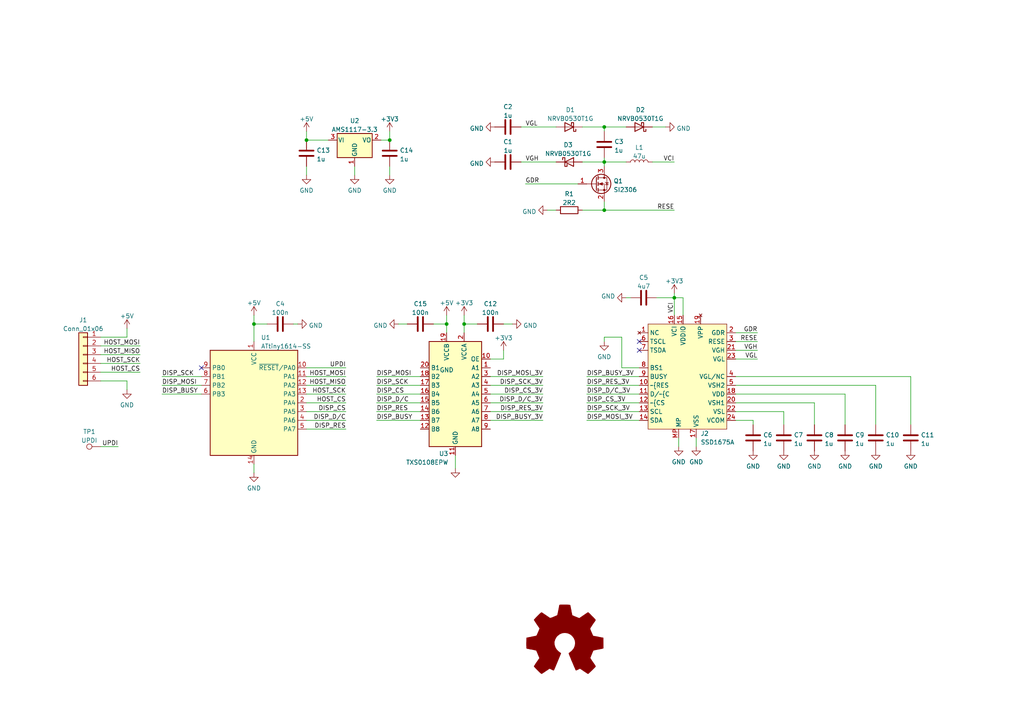
<source format=kicad_sch>
(kicad_sch (version 20211123) (generator eeschema)
  (paper "A4")
  (title_block (title "Serial number widget") (date "2022-08-14") (rev "v3.0"))
  (lib_symbols
    (symbol "Connector:TestPoint" (pin_numbers hide) (pin_names (offset 0.762) hide)
      (property "Reference" "TP" (at 0 6.858 0))
      (property "Value" "TestPoint" (at 0 5.08 0))
      (symbol "TestPoint_0_1"
        (circle (center 0 3.302) (radius 0.762))
      )
      (symbol "TestPoint_1_1"
        (pin passive line (at 0 0 90) (length 2.54) (name "1") (number "1"))
      )
    )
    (symbol "Connector_Generic:Conn_01x06" (pin_names (offset 1.016) hide)
      (property "Reference" "J" (at 0 7.62 0))
      (property "Value" "Conn_01x06" (at 0 -10.16 0))
      (symbol "Conn_01x06_1_1"
        (rectangle (start -1.27 -7.493) (end 0 -7.747) (stroke (width 0.1524)))
        (rectangle (start -1.27 -4.953) (end 0 -5.207) (stroke (width 0.1524)))
        (rectangle (start -1.27 -2.413) (end 0 -2.667) (stroke (width 0.1524)))
        (rectangle (start -1.27 0.127) (end 0 -0.127) (stroke (width 0.1524)))
        (rectangle (start -1.27 2.667) (end 0 2.413) (stroke (width 0.1524)))
        (rectangle (start -1.27 5.207) (end 0 4.953) (stroke (width 0.1524)))
        (rectangle (start -1.27 6.35) (end 1.27 -8.89) (stroke (width 0.254)) (fill (type background)))
        (pin passive line (at -5.08 5.08 0) (length 3.81) (name "Pin_1") (number "1"))
        (pin passive line (at -5.08 2.54 0) (length 3.81) (name "Pin_2") (number "2"))
        (pin passive line (at -5.08 0 0) (length 3.81) (name "Pin_3") (number "3"))
        (pin passive line (at -5.08 -2.54 0) (length 3.81) (name "Pin_4") (number "4"))
        (pin passive line (at -5.08 -5.08 0) (length 3.81) (name "Pin_5") (number "5"))
        (pin passive line (at -5.08 -7.62 0) (length 3.81) (name "Pin_6") (number "6"))
      )
    )
    (symbol "Device:C" (pin_numbers hide) (pin_names (offset 0.254))
      (property "Reference" "C" (at 0.635 2.54 0))
      (property "Value" "C" (at 0.635 -2.54 0))
      (symbol "C_0_1"
        (polyline (pts (xy -2.032 -0.762) (xy 2.032 -0.762)) (stroke (width 0.508)))
        (polyline (pts (xy -2.032 0.762) (xy 2.032 0.762)) (stroke (width 0.508)))
      )
      (symbol "C_1_1"
        (pin passive line (at 0 3.81 270) (length 2.794) (name "~") (number "1"))
        (pin passive line (at 0 -3.81 90) (length 2.794) (name "~") (number "2"))
      )
    )
    (symbol "Device:D_Schottky" (pin_numbers hide) (pin_names (offset 1.016) hide)
      (property "Reference" "D" (at 0 2.54 0))
      (property "Value" "D_Schottky" (at 0 -2.54 0))
      (symbol "D_Schottky_0_1"
        (polyline (pts (xy 1.27 0) (xy -1.27 0)))
        (polyline (pts (xy 1.27 1.27) (xy 1.27 -1.27) (xy -1.27 0) (xy 1.27 1.27)) (stroke (width 0.254)))
        (polyline (pts (xy -1.905 0.635) (xy -1.905 1.27) (xy -1.27 1.27) (xy -1.27 -1.27) (xy -0.635 -1.27) (xy -0.635 -0.635)) (stroke (width 0.254)))
      )
      (symbol "D_Schottky_1_1"
        (pin passive line (at -3.81 0 0) (length 2.54) (name "K") (number "1"))
        (pin passive line (at 3.81 0 180) (length 2.54) (name "A") (number "2"))
      )
    )
    (symbol "Device:L" (pin_numbers hide) (pin_names (offset 1.016) hide)
      (property "Reference" "L" (at -1.27 0 90))
      (property "Value" "L" (at 1.905 0 90))
      (symbol "L_0_1"
        (arc (start 0 -2.54) (mid 0.635 -1.905) (end 0 -1.27))
        (arc (start 0 -1.27) (mid 0.635 -0.635) (end 0 0))
        (arc (start 0 0) (mid 0.635 0.635) (end 0 1.27))
        (arc (start 0 1.27) (mid 0.635 1.905) (end 0 2.54))
      )
      (symbol "L_1_1"
        (pin passive line (at 0 3.81 270) (length 1.27) (name "1") (number "1"))
        (pin passive line (at 0 -3.81 90) (length 1.27) (name "2") (number "2"))
      )
    )
    (symbol "Device:Q_NMOS_GSD" (pin_names (offset 0) hide)
      (property "Reference" "Q" (at 5.08 1.27 0))
      (property "Value" "Q_NMOS_GSD" (at 5.08 -1.27 0))
      (symbol "Q_NMOS_GSD_0_1"
        (polyline (pts (xy 0.254 0) (xy -2.54 0)))
        (polyline (pts (xy 0.254 1.905) (xy 0.254 -1.905)) (stroke (width 0.254)))
        (polyline (pts (xy 0.762 -1.27) (xy 0.762 -2.286)) (stroke (width 0.254)))
        (polyline (pts (xy 0.762 0.508) (xy 0.762 -0.508)) (stroke (width 0.254)))
        (polyline (pts (xy 0.762 2.286) (xy 0.762 1.27)) (stroke (width 0.254)))
        (polyline (pts (xy 2.54 2.54) (xy 2.54 1.778)))
        (polyline (pts (xy 2.54 -2.54) (xy 2.54 0) (xy 0.762 0)))
        (polyline (pts (xy 0.762 -1.778) (xy 3.302 -1.778) (xy 3.302 1.778) (xy 0.762 1.778)))
        (polyline (pts (xy 1.016 0) (xy 2.032 0.381) (xy 2.032 -0.381) (xy 1.016 0)) (fill (type outline)))
        (polyline (pts (xy 2.794 0.508) (xy 2.921 0.381) (xy 3.683 0.381) (xy 3.81 0.254)))
        (polyline (pts (xy 3.302 0.381) (xy 2.921 -0.254) (xy 3.683 -0.254) (xy 3.302 0.381)))
        (circle (center 1.651 0) (radius 2.794) (stroke (width 0.254)))
        (circle (center 2.54 -1.778) (radius 0.254) (fill (type outline)))
        (circle (center 2.54 1.778) (radius 0.254) (fill (type outline)))
      )
      (symbol "Q_NMOS_GSD_1_1"
        (pin input line (at -5.08 0 0) (length 2.54) (name "G") (number "1"))
        (pin passive line (at 2.54 -5.08 90) (length 2.54) (name "S") (number "2"))
        (pin passive line (at 2.54 5.08 270) (length 2.54) (name "D") (number "3"))
      )
    )
    (symbol "Device:R" (pin_numbers hide) (pin_names (offset 0))
      (property "Reference" "R" (at 2.032 0 90))
      (property "Value" "R" (at 0 0 90))
      (symbol "R_0_1"
        (rectangle (start -1.016 -2.54) (end 1.016 2.54) (stroke (width 0.254)))
      )
      (symbol "R_1_1"
        (pin passive line (at 0 3.81 270) (length 1.27) (name "~") (number "1"))
        (pin passive line (at 0 -3.81 90) (length 1.27) (name "~") (number "2"))
      )
    )
    (symbol "Graphic:Logo_Open_Hardware_Large" (pin_names (offset 1.016))
      (symbol "Logo_Open_Hardware_Large_1_1"
        (polyline (pts (xy 6.731 -8.7122) (xy 6.6294 -8.6614) (xy 6.35 -8.4836) (xy 5.9944 -8.255) (xy 5.5372 -7.9502) (xy 5.1054 -7.6454) (xy 4.7498 -7.4168) (xy 4.4958 -7.239) (xy 4.3942 -7.1882) (xy 4.318 -7.2136) (xy 4.1148 -7.3152) (xy 3.81 -7.4676) (xy 3.6322 -7.5692) (xy 3.3528 -7.6708) (xy 3.2258 -7.6962) (xy 3.2004 -7.6708) (xy 3.0988 -7.4676) (xy 2.9464 -7.0866) (xy 2.7178 -6.604) (xy 2.4892 -6.0452) (xy 2.2352 -5.4356) (xy 1.9558 -4.826) (xy 1.7272 -4.2164) (xy 1.4986 -3.683) (xy 1.3208 -3.2512) (xy 1.2192 -2.9464) (xy 1.1684 -2.8194) (xy 1.1938 -2.794) (xy 1.3208 -2.667) (xy 1.5748 -2.4892) (xy 2.0828 -2.0574) (xy 2.6162 -1.397) (xy 2.921 -0.6604) (xy 3.048 0.1524) (xy 2.9464 0.9144) (xy 2.6416 1.6256) (xy 2.1336 2.286) (xy 1.524 2.7686) (xy 0.8128 3.0734) (xy 0 3.175) (xy -0.762 3.0988) (xy -1.4986 2.794) (xy -2.159 2.286) (xy -2.4384 1.9812) (xy -2.8194 1.3208) (xy -3.048 0.6096) (xy -3.0734 0.4318) (xy -3.0226 -0.3556) (xy -2.794 -1.0922) (xy -2.3876 -1.7526) (xy -1.8288 -2.3114) (xy -1.7526 -2.3622) (xy -1.4732 -2.5654) (xy -1.2954 -2.6924) (xy -1.1684 -2.8194) (xy -2.159 -5.207) (xy -2.3114 -5.588) (xy -2.5908 -6.2484) (xy -2.8194 -6.8072) (xy -3.0226 -7.2644) (xy -3.1496 -7.5692) (xy -3.2258 -7.6708) (xy -3.2258 -7.6962) (xy -3.302 -7.6962) (xy -3.4798 -7.6454) (xy -3.8354 -7.4676) (xy -4.0386 -7.366) (xy -4.2926 -7.239) (xy -4.4196 -7.1882) (xy -4.5212 -7.239) (xy -4.7498 -7.3914) (xy -5.1054 -7.6454) (xy -5.5372 -7.9248) (xy -5.9436 -8.2042) (xy -6.3246 -8.4582) (xy -6.604 -8.636) (xy -6.731 -8.7122) (xy -6.7564 -8.7122) (xy -6.858 -8.636) (xy -7.0866 -8.4582) (xy -7.4168 -8.1534) (xy -7.874 -7.6962) (xy -7.9502 -7.62) (xy -8.3312 -7.239) (xy -8.636 -6.9088) (xy -8.8392 -6.6802) (xy -8.9154 -6.5786) (xy -8.9154 -6.5786) (xy -8.8392 -6.4516) (xy -8.6614 -6.1722) (xy -8.4328 -5.7912) (xy -8.128 -5.3594) (xy -7.3152 -4.191) (xy -7.7724 -3.0988) (xy -7.8994 -2.7686) (xy -8.0772 -2.3622) (xy -8.2042 -2.0828) (xy -8.255 -1.9558) (xy -8.382 -1.905) (xy -8.6614 -1.8542) (xy -9.0932 -1.7526) (xy -9.6266 -1.651) (xy -10.1092 -1.5748) (xy -10.541 -1.4732) (xy -10.8712 -1.4224) (xy -11.0236 -1.397) (xy -11.049 -1.3716) (xy -11.0744 -1.2954) (xy -11.0998 -1.143) (xy -11.0998 -0.889) (xy -11.1252 -0.4572) (xy -11.1252 0.1524) (xy -11.1252 0.2286) (xy -11.0998 0.8128) (xy -11.0998 1.27) (xy -11.0744 1.5494) (xy -11.0744 1.6764) (xy -11.0744 1.6764) (xy -10.922 1.7018) (xy -10.6172 1.778) (xy -10.16 1.8542) (xy -9.652 1.9558) (xy -9.6012 1.9812) (xy -9.0932 2.0828) (xy -8.636 2.159) (xy -8.3312 2.2352) (xy -8.2042 2.286) (xy -8.1788 2.3114) (xy -8.0772 2.5146) (xy -7.9248 2.8448) (xy -7.747 3.2512) (xy -7.5692 3.6576) (xy -7.4168 4.0386) (xy -7.3152 4.318) (xy -7.2898 4.445) (xy -7.2898 4.445) (xy -7.366 4.572) (xy -7.5438 4.826) (xy -7.7978 5.207) (xy -8.128 5.6642) (xy -8.128 5.6896) (xy -8.4328 6.1468) (xy -8.6868 6.5278) (xy -8.8392 6.7818) (xy -8.9154 6.9088) (xy -8.9154 6.9088) (xy -8.8138 7.0358) (xy -8.5852 7.2898) (xy -8.255 7.6454) (xy -7.874 8.0264) (xy -7.747 8.1534) (xy -7.3152 8.5852) (xy -7.0104 8.8646) (xy -6.8326 8.9916) (xy -6.731 9.0424) (xy -6.731 9.0424) (xy -6.604 8.9408) (xy -6.3246 8.763) (xy -5.9436 8.509) (xy -5.4864 8.2042) (xy -5.461 8.1788) (xy -5.0038 7.874) (xy -4.6482 7.62) (xy -4.3688 7.4422) (xy -4.2672 7.3914) (xy -4.2418 7.3914) (xy -4.064 7.4422) (xy -3.7338 7.5438) (xy -3.3528 7.6962) (xy -2.9464 7.874) (xy -2.5654 8.0264) (xy -2.286 8.1534) (xy -2.159 8.2296) (xy -2.159 8.2296) (xy -2.1082 8.382) (xy -2.032 8.7122) (xy -1.9304 9.1694) (xy -1.8288 9.7282) (xy -1.8034 9.8044) (xy -1.7018 10.3378) (xy -1.6256 10.7696) (xy -1.5748 11.0744) (xy -1.524 11.2014) (xy -1.4478 11.2268) (xy -1.1938 11.2522) (xy -0.8128 11.2522) (xy -0.3302 11.2522) (xy 0.1524 11.2522) (xy 0.6604 11.2522) (xy 1.0668 11.2268) (xy 1.3716 11.2014) (xy 1.4986 11.176) (xy 1.4986 11.176) (xy 1.5494 11.0236) (xy 1.6256 10.6934) (xy 1.7018 10.2108) (xy 1.8288 9.6774) (xy 1.8288 9.5758) (xy 1.9304 9.0424) (xy 2.032 8.6106) (xy 2.0828 8.3058) (xy 2.1336 8.2042) (xy 2.159 8.1788) (xy 2.3876 8.0772) (xy 2.7432 7.9248) (xy 3.175 7.747) (xy 4.191 7.3406) (xy 5.461 8.2042) (xy 5.5626 8.2804) (xy 6.0198 8.5852) (xy 6.3754 8.8392) (xy 6.6294 8.9916) (xy 6.7564 9.0424) (xy 6.7564 9.0424) (xy 6.8834 8.9408) (xy 7.1374 8.7122) (xy 7.4676 8.382) (xy 7.8486 7.9756) (xy 8.1534 7.6962) (xy 8.4836 7.3406) (xy 8.7122 7.112) (xy 8.8392 6.9596) (xy 8.8646 6.858) (xy 8.8646 6.8072) (xy 8.7884 6.6802) (xy 8.6106 6.4008) (xy 8.3312 6.0198) (xy 8.0264 5.588) (xy 7.7978 5.207) (xy 7.5184 4.8006) (xy 7.3406 4.4958) (xy 7.2898 4.3434) (xy 7.2898 4.2926) (xy 7.3914 4.0386) (xy 7.5184 3.683) (xy 7.7216 3.2258) (xy 8.1534 2.2352) (xy 8.7884 2.1082) (xy 9.1948 2.0574) (xy 9.7536 1.9304) (xy 10.2616 1.8288) (xy 11.0998 1.6764) (xy 11.1252 -1.3208) (xy 10.9982 -1.3716) (xy 10.8712 -1.397) (xy 10.5664 -1.4732) (xy 10.1346 -1.5494) (xy 9.6266 -1.651) (xy 9.1948 -1.7272) (xy 8.7376 -1.8288) (xy 8.4328 -1.8796) (xy 8.2804 -1.905) (xy 8.255 -1.9558) (xy 8.1534 -2.159) (xy 7.9756 -2.5146) (xy 7.8232 -2.921) (xy 7.6454 -3.3274) (xy 7.493 -3.7338) (xy 7.366 -4.0132) (xy 7.3406 -4.191) (xy 7.3914 -4.2926) (xy 7.5692 -4.5466) (xy 7.7978 -4.9276) (xy 8.1026 -5.3594) (xy 8.4074 -5.7912) (xy 8.6614 -6.1722) (xy 8.8138 -6.4262) (xy 8.89 -6.5532) (xy 8.8646 -6.6548) (xy 8.6868 -6.858) (xy 8.3566 -7.1882) (xy 7.874 -7.6708) (xy 7.7978 -7.747) (xy 7.3914 -8.128) (xy 7.0612 -8.4328) (xy 6.8326 -8.636) (xy 6.731 -8.7122)) (fill (type outline)))
      )
    )
    (symbol "Logic_LevelTranslator:TXS0108EPW"
      (property "Reference" "U" (at -6.35 16.51 0))
      (property "Value" "TXS0108EPW" (at 3.81 16.51 0))
      (symbol "TXS0108EPW_0_1"
        (rectangle (start -7.62 15.24) (end 7.62 -15.24) (stroke (width 0.254)) (fill (type background)))
      )
      (symbol "TXS0108EPW_1_1"
        (pin bidirectional line (at -10.16 7.62 0) (length 2.54) (name "A1") (number "1"))
        (pin input line (at -10.16 10.16 0) (length 2.54) (name "OE") (number "10"))
        (pin power_in line (at 0 -17.78 90) (length 2.54) (name "GND") (number "11"))
        (pin bidirectional line (at 10.16 -10.16 180) (length 2.54) (name "B8") (number "12"))
        (pin bidirectional line (at 10.16 -7.62 180) (length 2.54) (name "B7") (number "13"))
        (pin bidirectional line (at 10.16 -5.08 180) (length 2.54) (name "B6") (number "14"))
        (pin bidirectional line (at 10.16 -2.54 180) (length 2.54) (name "B5") (number "15"))
        (pin bidirectional line (at 10.16 0 180) (length 2.54) (name "B4") (number "16"))
        (pin bidirectional line (at 10.16 2.54 180) (length 2.54) (name "B3") (number "17"))
        (pin bidirectional line (at 10.16 5.08 180) (length 2.54) (name "B2") (number "18"))
        (pin power_in line (at 2.54 17.78 270) (length 2.54) (name "VCCB") (number "19"))
        (pin power_in line (at -2.54 17.78 270) (length 2.54) (name "VCCA") (number "2"))
        (pin bidirectional line (at 10.16 7.62 180) (length 2.54) (name "B1") (number "20"))
        (pin bidirectional line (at -10.16 5.08 0) (length 2.54) (name "A2") (number "3"))
        (pin bidirectional line (at -10.16 2.54 0) (length 2.54) (name "A3") (number "4"))
        (pin bidirectional line (at -10.16 0 0) (length 2.54) (name "A4") (number "5"))
        (pin bidirectional line (at -10.16 -2.54 0) (length 2.54) (name "A5") (number "6"))
        (pin bidirectional line (at -10.16 -5.08 0) (length 2.54) (name "A6") (number "7"))
        (pin bidirectional line (at -10.16 -7.62 0) (length 2.54) (name "A7") (number "8"))
        (pin bidirectional line (at -10.16 -10.16 0) (length 2.54) (name "A8") (number "9"))
      )
    )
    (symbol "MCU_Microchip_ATtiny:ATtiny1614-SS"
      (property "Reference" "U" (at -12.7 16.51 0))
      (property "Value" "ATtiny1614-SS" (at 2.54 -16.51 0))
      (symbol "ATtiny1614-SS_0_1"
        (rectangle (start -12.7 -15.24) (end 12.7 15.24) (stroke (width 0.254)) (fill (type background)))
      )
      (symbol "ATtiny1614-SS_1_1"
        (pin power_in line (at 0 17.78 270) (length 2.54) (name "VCC") (number "1"))
        (pin bidirectional line (at 15.24 10.16 180) (length 2.54) (name "~{RESET}/PA0") (number "10"))
        (pin bidirectional line (at 15.24 7.62 180) (length 2.54) (name "PA1") (number "11"))
        (pin bidirectional line (at 15.24 5.08 180) (length 2.54) (name "PA2") (number "12"))
        (pin bidirectional line (at 15.24 2.54 180) (length 2.54) (name "PA3") (number "13"))
        (pin power_in line (at 0 -17.78 90) (length 2.54) (name "GND") (number "14"))
        (pin bidirectional line (at 15.24 0 180) (length 2.54) (name "PA4") (number "2"))
        (pin bidirectional line (at 15.24 -2.54 180) (length 2.54) (name "PA5") (number "3"))
        (pin bidirectional line (at 15.24 -5.08 180) (length 2.54) (name "PA6") (number "4"))
        (pin bidirectional line (at 15.24 -7.62 180) (length 2.54) (name "PA7") (number "5"))
        (pin bidirectional line (at -15.24 2.54 0) (length 2.54) (name "PB3") (number "6"))
        (pin bidirectional line (at -15.24 5.08 0) (length 2.54) (name "PB2") (number "7"))
        (pin bidirectional line (at -15.24 7.62 0) (length 2.54) (name "PB1") (number "8"))
        (pin bidirectional line (at -15.24 10.16 0) (length 2.54) (name "PB0") (number "9"))
      )
    )
    (symbol "Regulator_Linear:AMS1117-3.3" (pin_names (offset 0.254))
      (property "Reference" "U" (at -3.81 3.175 0))
      (property "Value" "AMS1117-3.3" (at 0 3.175 0))
      (symbol "AMS1117-3.3_0_1"
        (rectangle (start -5.08 -5.08) (end 5.08 1.905) (stroke (width 0.254)) (fill (type background)))
      )
      (symbol "AMS1117-3.3_1_1"
        (pin power_in line (at 0 -7.62 90) (length 2.54) (name "GND") (number "1"))
        (pin power_out line (at 7.62 0 180) (length 2.54) (name "VO") (number "2"))
        (pin power_in line (at -7.62 0 0) (length 2.54) (name "VI") (number "3"))
      )
    )
    (symbol "power:+3V3" (power) (pin_names (offset 0))
      (property "Value" "+3V3" (at 0 3.556 0))
      (symbol "+3V3_0_1"
        (polyline (pts (xy -0.762 1.27) (xy 0 2.54)))
        (polyline (pts (xy 0 0) (xy 0 2.54)))
        (polyline (pts (xy 0 2.54) (xy 0.762 1.27)))
      )
      (symbol "+3V3_1_1"
        (pin power_in line (at 0 0 90) (length 0) hide (name "+3V3") (number "1"))
      )
    )
    (symbol "power:+5V" (power) (pin_names (offset 0))
      (property "Value" "+5V" (at 0 3.556 0))
      (symbol "+5V_0_1"
        (polyline (pts (xy -0.762 1.27) (xy 0 2.54)))
        (polyline (pts (xy 0 0) (xy 0 2.54)))
        (polyline (pts (xy 0 2.54) (xy 0.762 1.27)))
      )
      (symbol "+5V_1_1"
        (pin power_in line (at 0 0 90) (length 0) hide (name "+5V") (number "1"))
      )
    )
    (symbol "power:GND" (power) (pin_names (offset 0))
      (property "Value" "GND" (at 0 -3.81 0))
      (symbol "GND_0_1"
        (polyline (pts (xy 0 0) (xy 0 -1.27) (xy 1.27 -1.27) (xy 0 -2.54) (xy -1.27 -1.27) (xy 0 -1.27)))
      )
      (symbol "GND_1_1"
        (pin power_in line (at 0 0 270) (length 0) hide (name "GND") (number "1"))
      )
    )
    (symbol "project:SSD1675A"
      (property "Reference" "U" (at 0 1.27 0))
      (property "Value" "SSD1675A" (at 0 -1.27 0))
      (symbol "SSD1675A_0_1"
        (rectangle (start -11.43 15.24) (end 11.43 -15.24) (stroke (width 0.1524)) (fill (type background)))
      )
      (symbol "SSD1675A_1_1"
        (pin no_connect line (at -13.97 12.7 0) (length 2.54) (name "NC") (number "1"))
        (pin input line (at -13.97 -2.54 0) (length 2.54) (name "~{RES") (number "10"))
        (pin input line (at -13.97 -5.08 0) (length 2.54) (name "D/~{C") (number "11"))
        (pin input line (at -13.97 -7.62 0) (length 2.54) (name "~{CS") (number "12"))
        (pin input line (at -13.97 -10.16 0) (length 2.54) (name "SCL") (number "13"))
        (pin bidirectional line (at -13.97 -12.7 0) (length 2.54) (name "SDA") (number "14"))
        (pin power_in line (at -1.27 17.78 270) (length 2.54) (name "VDDIO") (number "15"))
        (pin power_in line (at -3.81 17.78 270) (length 2.54) (name "VCI") (number "16"))
        (pin power_in line (at 2.54 -17.78 90) (length 2.54) (name "VSS") (number "17"))
        (pin power_out line (at 13.97 -5.08 180) (length 2.54) (name "VDD") (number "18"))
        (pin no_connect line (at 3.81 17.78 270) (length 2.54) (name "VPP") (number "19"))
        (pin output line (at 13.97 12.7 180) (length 2.54) (name "GDR") (number "2"))
        (pin power_out line (at 13.97 -7.62 180) (length 2.54) (name "VSH1") (number "20"))
        (pin power_in line (at 13.97 7.62 180) (length 2.54) (name "VGH") (number "21"))
        (pin power_out line (at 13.97 -10.16 180) (length 2.54) (name "VSL") (number "22"))
        (pin power_in line (at 13.97 5.08 180) (length 2.54) (name "VGL") (number "23"))
        (pin power_out line (at 13.97 -12.7 180) (length 2.54) (name "VCOM") (number "24"))
        (pin input line (at 13.97 10.16 180) (length 2.54) (name "RESE") (number "3"))
        (pin power_out line (at 13.97 0 180) (length 2.54) (name "VGL/NC") (number "4"))
        (pin power_out line (at 13.97 -2.54 180) (length 2.54) (name "VSH2") (number "5"))
        (pin input line (at -13.97 10.16 0) (length 2.54) (name "TSCL") (number "6"))
        (pin bidirectional line (at -13.97 7.62 0) (length 2.54) (name "TSDA") (number "7"))
        (pin input line (at -13.97 2.54 0) (length 2.54) (name "BS1") (number "8"))
        (pin output line (at -13.97 0 0) (length 2.54) (name "BUSY") (number "9"))
        (pin power_in line (at -2.54 -17.78 90) (length 2.54) (name "MP") (number "MP"))
      )
    )
  )
  (junction (at 195.58 86.36))
  (junction (at 175.26 60.96))
  (junction (at 88.9 40.64))
  (junction (at 134.62 93.98))
  (junction (at 175.26 46.99))
  (junction (at 175.26 36.83))
  (junction (at 113.03 40.64))
  (junction (at 73.66 93.98))
  (junction (at 129.54 93.98))
  (no_connect (at 185.42 99.06))
  (no_connect (at 185.42 101.6))
  (no_connect (at 58.42 106.68))
  (wire (pts (xy 109.22 121.92) (xy 121.92 121.92)))
  (wire (pts (xy 158.75 60.96) (xy 161.29 60.96)))
  (wire (pts (xy 73.66 91.44) (xy 73.66 93.98)))
  (wire (pts (xy 113.03 48.26) (xy 113.03 50.8)))
  (wire (pts (xy 88.9 48.26) (xy 88.9 50.8)))
  (wire (pts (xy 195.58 86.36) (xy 198.12 86.36)))
  (wire (pts (xy 175.26 46.99) (xy 181.61 46.99)))
  (wire (pts (xy 129.54 93.98) (xy 125.73 93.98)))
  (wire (pts (xy 175.26 97.79) (xy 175.26 99.06)))
  (wire (pts (xy 88.9 114.3) (xy 100.33 114.3)))
  (wire (pts (xy 29.21 100.33) (xy 40.64 100.33)))
  (wire (pts (xy 201.93 127) (xy 201.93 129.54)))
  (wire (pts (xy 146.05 104.14) (xy 142.24 104.14)))
  (wire (pts (xy 129.54 93.98) (xy 129.54 96.52)))
  (wire (pts (xy 146.05 101.6) (xy 146.05 104.14)))
  (wire (pts (xy 185.42 106.68) (xy 180.34 106.68)))
  (wire (pts (xy 73.66 134.62) (xy 73.66 137.16)))
  (wire (pts (xy 175.26 58.42) (xy 175.26 60.96)))
  (wire (pts (xy 88.9 106.68) (xy 100.33 106.68)))
  (wire (pts (xy 142.24 114.3) (xy 157.48 114.3)))
  (wire (pts (xy 152.4 53.34) (xy 167.64 53.34)))
  (wire (pts (xy 113.03 38.1) (xy 113.03 40.64)))
  (wire (pts (xy 170.18 109.22) (xy 185.42 109.22)))
  (wire (pts (xy 182.88 86.36) (xy 181.61 86.36)))
  (wire (pts (xy 151.13 46.99) (xy 161.29 46.99)))
  (wire (pts (xy 73.66 93.98) (xy 77.47 93.98)))
  (wire (pts (xy 142.24 121.92) (xy 157.48 121.92)))
  (wire (pts (xy 185.42 116.84) (xy 170.18 116.84)))
  (wire (pts (xy 168.91 60.96) (xy 175.26 60.96)))
  (wire (pts (xy 36.83 113.03) (xy 36.83 110.49)))
  (wire (pts (xy 88.9 40.64) (xy 95.25 40.64)))
  (wire (pts (xy 213.36 116.84) (xy 236.22 116.84)))
  (wire (pts (xy 88.9 121.92) (xy 100.33 121.92)))
  (wire (pts (xy 168.91 46.99) (xy 175.26 46.99)))
  (wire (pts (xy 29.21 107.95) (xy 40.64 107.95)))
  (wire (pts (xy 180.34 97.79) (xy 175.26 97.79)))
  (wire (pts (xy 88.9 38.1) (xy 88.9 40.64)))
  (wire (pts (xy 189.23 46.99) (xy 195.58 46.99)))
  (wire (pts (xy 185.42 119.38) (xy 170.18 119.38)))
  (wire (pts (xy 129.54 91.44) (xy 129.54 93.98)))
  (wire (pts (xy 29.21 129.54) (xy 34.29 129.54)))
  (wire (pts (xy 146.05 93.98) (xy 148.59 93.98)))
  (wire (pts (xy 142.24 116.84) (xy 157.48 116.84)))
  (wire (pts (xy 254 111.76) (xy 254 123.19)))
  (wire (pts (xy 175.26 60.96) (xy 195.58 60.96)))
  (wire (pts (xy 236.22 116.84) (xy 236.22 123.19)))
  (wire (pts (xy 132.08 132.08) (xy 132.08 135.89)))
  (wire (pts (xy 198.12 86.36) (xy 198.12 91.44)))
  (wire (pts (xy 213.36 101.6) (xy 219.71 101.6)))
  (wire (pts (xy 113.03 40.64) (xy 110.49 40.64)))
  (wire (pts (xy 218.44 121.92) (xy 218.44 123.19)))
  (wire (pts (xy 195.58 85.09) (xy 195.58 86.36)))
  (wire (pts (xy 88.9 124.46) (xy 100.33 124.46)))
  (wire (pts (xy 213.36 114.3) (xy 245.11 114.3)))
  (wire (pts (xy 142.24 119.38) (xy 157.48 119.38)))
  (wire (pts (xy 151.13 36.83) (xy 161.29 36.83)))
  (wire (pts (xy 175.26 36.83) (xy 181.61 36.83)))
  (wire (pts (xy 118.11 93.98) (xy 115.57 93.98)))
  (wire (pts (xy 213.36 104.14) (xy 219.71 104.14)))
  (wire (pts (xy 180.34 106.68) (xy 180.34 97.79)))
  (wire (pts (xy 36.83 95.25) (xy 36.83 97.79)))
  (wire (pts (xy 29.21 97.79) (xy 36.83 97.79)))
  (wire (pts (xy 109.22 109.22) (xy 121.92 109.22)))
  (wire (pts (xy 175.26 46.99) (xy 175.26 45.72)))
  (wire (pts (xy 193.04 36.83) (xy 189.23 36.83)))
  (wire (pts (xy 102.87 48.26) (xy 102.87 50.8)))
  (wire (pts (xy 46.99 109.22) (xy 58.42 109.22)))
  (wire (pts (xy 264.16 109.22) (xy 213.36 109.22)))
  (wire (pts (xy 88.9 119.38) (xy 100.33 119.38)))
  (wire (pts (xy 88.9 111.76) (xy 100.33 111.76)))
  (wire (pts (xy 185.42 114.3) (xy 170.18 114.3)))
  (wire (pts (xy 73.66 93.98) (xy 73.66 99.06)))
  (wire (pts (xy 213.36 121.92) (xy 218.44 121.92)))
  (wire (pts (xy 264.16 123.19) (xy 264.16 109.22)))
  (wire (pts (xy 196.85 127) (xy 196.85 129.54)))
  (wire (pts (xy 175.26 36.83) (xy 175.26 38.1)))
  (wire (pts (xy 29.21 110.49) (xy 36.83 110.49)))
  (wire (pts (xy 46.99 114.3) (xy 58.42 114.3)))
  (wire (pts (xy 213.36 119.38) (xy 227.33 119.38)))
  (wire (pts (xy 46.99 111.76) (xy 58.42 111.76)))
  (wire (pts (xy 175.26 46.99) (xy 175.26 48.26)))
  (wire (pts (xy 142.24 111.76) (xy 157.48 111.76)))
  (wire (pts (xy 85.09 93.98) (xy 86.36 93.98)))
  (wire (pts (xy 134.62 93.98) (xy 134.62 96.52)))
  (wire (pts (xy 134.62 93.98) (xy 138.43 93.98)))
  (wire (pts (xy 142.24 109.22) (xy 157.48 109.22)))
  (wire (pts (xy 109.22 119.38) (xy 121.92 119.38)))
  (wire (pts (xy 195.58 86.36) (xy 195.58 91.44)))
  (wire (pts (xy 134.62 91.44) (xy 134.62 93.98)))
  (wire (pts (xy 109.22 116.84) (xy 121.92 116.84)))
  (wire (pts (xy 213.36 96.52) (xy 219.71 96.52)))
  (wire (pts (xy 168.91 36.83) (xy 175.26 36.83)))
  (wire (pts (xy 245.11 114.3) (xy 245.11 123.19)))
  (wire (pts (xy 29.21 105.41) (xy 40.64 105.41)))
  (wire (pts (xy 213.36 111.76) (xy 254 111.76)))
  (wire (pts (xy 88.9 109.22) (xy 100.33 109.22)))
  (wire (pts (xy 227.33 119.38) (xy 227.33 123.19)))
  (wire (pts (xy 29.21 102.87) (xy 40.64 102.87)))
  (wire (pts (xy 88.9 116.84) (xy 100.33 116.84)))
  (wire (pts (xy 185.42 111.76) (xy 170.18 111.76)))
  (wire (pts (xy 109.22 111.76) (xy 121.92 111.76)))
  (wire (pts (xy 109.22 114.3) (xy 121.92 114.3)))
  (wire (pts (xy 185.42 121.92) (xy 170.18 121.92)))
  (wire (pts (xy 190.5 86.36) (xy 195.58 86.36)))
  (wire (pts (xy 213.36 99.06) (xy 219.71 99.06)))
  (label "DISP_MOSI_3V" (at 170.18 121.92 0))
  (label "DISP_D{slash}C" (at 109.22 116.84 0))
  (label "DISP_MOSI_3V" (at 157.48 109.22 180))
  (label "DISP_SCK_3V" (at 170.18 119.38 0))
  (label "DISP_D{slash}C" (at 100.33 121.92 180))
  (label "HOST_CS" (at 40.64 107.95 180))
  (label "HOST_CS" (at 100.33 116.84 180))
  (label "DISP_RES_3V" (at 157.48 119.38 180))
  (label "DISP_RES_3V" (at 170.18 111.76 0))
  (label "VGL" (at 152.4 36.83 0))
  (label "DISP_CS_3V" (at 157.48 114.3 180))
  (label "DISP_D{slash}C_3V" (at 157.48 116.84 180))
  (label "DISP_BUSY_3V" (at 157.48 121.92 180))
  (label "DISP_RES" (at 100.33 124.46 180))
  (label "HOST_MOSI" (at 40.64 100.33 180))
  (label "VGH" (at 152.4 46.99 0))
  (label "DISP_D{slash}C_3V" (at 170.18 114.3 0))
  (label "DISP_CS" (at 100.33 119.38 180))
  (label "UPDI" (at 34.29 129.54 180))
  (label "DISP_BUSY" (at 46.99 114.3 0))
  (label "DISP_SCK_3V" (at 157.48 111.76 180))
  (label "VGL" (at 219.71 104.14 180))
  (label "DISP_CS_3V" (at 170.18 116.84 0))
  (label "HOST_MOSI" (at 100.33 109.22 180))
  (label "GDR" (at 219.71 96.52 180))
  (label "HOST_SCK" (at 40.64 105.41 180))
  (label "DISP_MOSI" (at 109.22 109.22 0))
  (label "VGH" (at 219.71 101.6 180))
  (label "DISP_CS" (at 109.22 114.3 0))
  (label "DISP_MOSI" (at 46.99 111.76 0))
  (label "HOST_SCK" (at 100.33 114.3 180))
  (label "DISP_SCK" (at 109.22 111.76 0))
  (label "DISP_SCK" (at 46.99 109.22 0))
  (label "VCI" (at 195.58 87.63 270))
  (label "DISP_RES" (at 109.22 119.38 0))
  (label "RESE" (at 219.71 99.06 180))
  (label "HOST_MISO" (at 100.33 111.76 180))
  (label "DISP_BUSY_3V" (at 170.18 109.22 0))
  (label "VCI" (at 195.58 46.99 180))
  (label "GDR" (at 152.4 53.34 0))
  (label "RESE" (at 195.58 60.96 180))
  (label "DISP_BUSY" (at 109.22 121.92 0))
  (label "HOST_MISO" (at 40.64 102.87 180))
  (label "UPDI" (at 100.33 106.68 180))
  (symbol (lib_id "power:GND") (at 181.61 86.36 270) (unit 1)
    (property "Reference" "#PWR04" (effects hide))
    (property "Value" "GND" (at 178.435 85.9262 90) (effects (justify right)))
  )
  (symbol (lib_id "Regulator_Linear:AMS1117-3.3") (at 102.87 40.64 0) (unit 1)
    (property "Reference" "U2" (at 102.87 35.0352 0))
    (property "Value" "AMS1117-3.3" (at 102.87 37.5721 0))
    (property "Footprint" "Package_TO_SOT_SMD_AKL:SOT-223-3_TabPin2" (effects hide))
    (property "Datasheet" "http://www.advanced-monolithic.com/pdf/ds1117.pdf" (effects hide))
  )
  (symbol (lib_id "Device:C") (at 147.32 46.99 90) (unit 1)
    (property "Reference" "C1" (at 147.32 41.1312 90))
    (property "Value" "1u" (at 147.32 43.6681 90))
    (property "Footprint" "Capacitor_SMD_Handsoldering_AKL:C_0603_1608Metric_Pad1.08x0.95mm" (effects hide))
  )
  (symbol (lib_id "Logic_LevelTranslator:TXS0108EPW") (at 132.08 114.3 0) (mirror y) (unit 1)
    (property "Reference" "U3" (at 130.0606 131.5704 0) (effects (justify left)))
    (property "Value" "TXS0108EPW" (at 130.0606 134.1073 0) (effects (justify left)))
    (property "Footprint" "Package_SO:TSSOP-20_4.4x6.5mm_P0.65mm" (effects hide))
    (property "Datasheet" "www.ti.com/lit/ds/symlink/txs0108e.pdf" (effects hide))
  )
  (symbol (lib_id "Device:C") (at 121.92 93.98 270) (mirror x) (unit 1)
    (property "Reference" "C15" (at 121.92 88.1212 90))
    (property "Value" "100n" (at 121.92 90.6581 90))
    (property "Footprint" "Capacitor_SMD_Handsoldering_AKL:C_0603_1608Metric_Pad1.08x0.95mm" (effects hide))
  )
  (symbol (lib_id "Device:C") (at 227.33 127 180) (unit 1)
    (property "Reference" "C7" (at 230.251 126.1653 0) (effects (justify right)))
    (property "Value" "1u" (at 230.251 128.7022 0) (effects (justify right)))
    (property "Footprint" "Capacitor_SMD_Handsoldering_AKL:C_0603_1608Metric_Pad1.08x0.95mm" (effects hide))
  )
  (symbol (lib_id "power:+3V3") (at 134.62 91.44 0) (unit 1)
    (property "Reference" "#PWR018" (effects hide))
    (property "Value" "+3V3" (at 134.62 87.8642 0))
  )
  (symbol (lib_id "power:GND") (at 132.08 135.89 0) (unit 1)
    (property "Reference" "#PWR0108" (effects hide))
    (property "Value" "GND" (at 129.54 107.3134 0))
  )
  (symbol (lib_id "Device:C") (at 113.03 44.45 180) (unit 1)
    (property "Reference" "C14" (at 115.951 43.6153 0) (effects (justify right)))
    (property "Value" "1u" (at 115.951 46.1522 0) (effects (justify right)))
    (property "Footprint" "Capacitor_SMD_Handsoldering_AKL:C_0603_1608Metric_Pad1.08x0.95mm" (effects hide))
  )
  (symbol (lib_id "Device:C") (at 264.16 127 180) (unit 1)
    (property "Reference" "C11" (at 267.081 126.1653 0) (effects (justify right)))
    (property "Value" "1u" (at 267.081 128.7022 0) (effects (justify right)))
    (property "Footprint" "Capacitor_SMD_Handsoldering_AKL:C_0603_1608Metric_Pad1.08x0.95mm" (effects hide))
  )
  (symbol (lib_id "power:GND") (at 218.44 130.81 0) (unit 1)
    (property "Reference" "#PWR07" (effects hide))
    (property "Value" "GND" (at 218.44 135.2534 0))
  )
  (symbol (lib_id "power:GND") (at 227.33 130.81 0) (unit 1)
    (property "Reference" "#PWR08" (effects hide))
    (property "Value" "GND" (at 227.33 135.2534 0))
  )
  (symbol (lib_id "power:GND") (at 88.9 50.8 0) (unit 1)
    (property "Reference" "#PWR022" (effects hide))
    (property "Value" "GND" (at 88.9 55.2434 0))
  )
  (symbol (lib_id "power:GND") (at 36.83 113.03 0) (unit 1)
    (property "Reference" "#PWR0107" (effects hide))
    (property "Value" "GND" (at 36.83 117.4734 0))
  )
  (symbol (lib_id "power:GND") (at 193.04 36.83 90) (unit 1)
    (property "Reference" "#PWR0101" (effects hide))
    (property "Value" "GND" (at 196.215 37.2638 90) (effects (justify right)))
  )
  (symbol (lib_id "Device:C") (at 245.11 127 180) (unit 1)
    (property "Reference" "C9" (at 248.031 126.1653 0) (effects (justify right)))
    (property "Value" "1u" (at 248.031 128.7022 0) (effects (justify right)))
    (property "Footprint" "Capacitor_SMD_Handsoldering_AKL:C_0603_1608Metric_Pad1.08x0.95mm" (effects hide))
  )
  (symbol (lib_id "power:GND") (at 264.16 130.81 0) (unit 1)
    (property "Reference" "#PWR0103" (effects hide))
    (property "Value" "GND" (at 264.16 135.2534 0))
  )
  (symbol (lib_id "Device:C") (at 147.32 36.83 90) (unit 1)
    (property "Reference" "C2" (at 147.32 30.9712 90))
    (property "Value" "1u" (at 147.32 33.5081 90))
    (property "Footprint" "Capacitor_SMD_Handsoldering_AKL:C_0603_1608Metric_Pad1.08x0.95mm" (effects hide))
  )
  (symbol (lib_id "Device:R") (at 165.1 60.96 90) (unit 1)
    (property "Reference" "R1" (at 165.1 56.2442 90))
    (property "Value" "2R2" (at 165.1 58.7811 90))
    (property "Footprint" "Resistor_SMD_AKL:R_0805_2012Metric_Pad1.20x1.40mm" (effects hide))
  )
  (symbol (lib_id "Device:C") (at 236.22 127 180) (unit 1)
    (property "Reference" "C8" (at 239.141 126.1653 0) (effects (justify right)))
    (property "Value" "1u" (at 239.141 128.7022 0) (effects (justify right)))
    (property "Footprint" "Capacitor_SMD_Handsoldering_AKL:C_0603_1608Metric_Pad1.08x0.95mm" (effects hide))
  )
  (symbol (lib_id "power:+5V") (at 36.83 95.25 0) (unit 1)
    (property "Reference" "#PWR01" (effects hide))
    (property "Value" "+5V" (at 36.83 91.6742 0))
  )
  (symbol (lib_id "power:+5V") (at 73.66 91.44 0) (unit 1)
    (property "Reference" "#PWR017" (effects hide))
    (property "Value" "+5V" (at 73.66 87.8642 0))
  )
  (symbol (lib_id "Device:C") (at 186.69 86.36 90) (unit 1)
    (property "Reference" "C5" (at 186.69 80.5012 90))
    (property "Value" "4u7" (at 186.69 83.0381 90))
    (property "Footprint" "Capacitor_SMD_Handsoldering_AKL:C_0603_1608Metric_Pad1.08x0.95mm" (effects hide))
  )
  (symbol (lib_id "power:+5V") (at 88.9 38.1 0) (unit 1)
    (property "Reference" "#PWR012" (effects hide))
    (property "Value" "+5V" (at 88.9 34.5242 0))
  )
  (symbol (lib_id "Device:D_Schottky") (at 165.1 46.99 0) (unit 1)
    (property "Reference" "D3" (at 164.7825 42.0202 0))
    (property "Value" "NRVB0530T1G" (at 164.7825 44.5571 0))
    (property "Footprint" "Diode_SMD_Handsoldering_AKL:D_SOD-123" (effects hide))
  )
  (symbol (lib_id "power:GND") (at 143.51 46.99 270) (unit 1)
    (property "Reference" "#PWR0105" (effects hide))
    (property "Value" "GND" (at 140.3351 47.4238 90) (effects (justify right)))
  )
  (symbol (lib_id "power:GND") (at 86.36 93.98 90) (unit 1)
    (property "Reference" "#PWR02" (effects hide))
    (property "Value" "GND" (at 89.535 94.4138 90) (effects (justify right)))
  )
  (symbol (lib_id "power:GND") (at 115.57 93.98 270) (mirror x) (unit 1)
    (property "Reference" "#PWR016" (effects hide))
    (property "Value" "GND" (at 112.395 94.4138 90) (effects (justify right)))
  )
  (symbol (lib_id "Device:C") (at 175.26 41.91 0) (unit 1)
    (property "Reference" "C3" (at 178.181 41.0753 0) (effects (justify left)))
    (property "Value" "1u" (at 178.181 43.6122 0) (effects (justify left)))
    (property "Footprint" "Capacitor_SMD_Handsoldering_AKL:C_0603_1608Metric_Pad1.08x0.95mm" (effects hide))
  )
  (symbol (lib_id "Device:D_Schottky") (at 165.1 36.83 180) (unit 1)
    (property "Reference" "D1" (at 165.4175 31.8602 0))
    (property "Value" "NRVB0530T1G" (at 165.4175 34.3971 0))
    (property "Footprint" "Diode_SMD_Handsoldering_AKL:D_SOD-123" (effects hide))
  )
  (symbol (lib_id "project:SSD1675A") (at 199.39 109.22 0) (unit 1)
    (property "Reference" "J2" (at 203.2 125.73 0) (effects (justify left)))
    (property "Value" "SSD1675A" (at 203.2 128.27 0) (effects (justify left)))
    (property "Footprint" "project:ER-CON24HT-1" (effects hide))
  )
  (symbol (lib_id "Device:L") (at 185.42 46.99 90) (unit 1)
    (property "Reference" "L1" (at 185.42 42.7822 90))
    (property "Value" "47u" (at 185.42 45.3191 90))
    (property "Footprint" "Inductor_SMD_Handsoldering_AKL:L_Taiyo-Yuden_NR-40xx" (effects hide))
  )
  (symbol (lib_id "power:+3V3") (at 146.05 101.6 0) (unit 1)
    (property "Reference" "#PWR0109" (effects hide))
    (property "Value" "+3V3" (at 146.05 98.0242 0))
  )
  (symbol (lib_id "power:GND") (at 175.26 99.06 0) (unit 1)
    (property "Reference" "#PWR0106" (effects hide))
    (property "Value" "GND" (at 175.26 103.5034 0))
  )
  (symbol (lib_id "power:GND") (at 254 130.81 0) (unit 1)
    (property "Reference" "#PWR011" (effects hide))
    (property "Value" "GND" (at 254 135.2534 0))
  )
  (symbol (lib_id "Device:D_Schottky") (at 185.42 36.83 180) (unit 1)
    (property "Reference" "D2" (at 185.7375 31.8602 0))
    (property "Value" "NRVB0530T1G" (at 185.7375 34.3971 0))
    (property "Footprint" "Diode_SMD_Handsoldering_AKL:D_SOD-123" (effects hide))
  )
  (symbol (lib_id "power:GND") (at 113.03 50.8 0) (unit 1)
    (property "Reference" "#PWR023" (effects hide))
    (property "Value" "GND" (at 113.03 55.2434 0))
  )
  (symbol (lib_id "Graphic:Logo_Open_Hardware_Large") (at 163.83 186.69 0) (unit 1)
    (property "Reference" "LOGO1" (effects hide))
    (property "Value" "Logo_Open_Hardware_Large" (effects hide))
    (property "Footprint" "Symbol:OSHW-Logo_11.4x12mm_SilkScreen" (effects hide))
  )
  (symbol (lib_id "power:GND") (at 102.87 50.8 0) (unit 1)
    (property "Reference" "#PWR014" (effects hide))
    (property "Value" "GND" (at 102.87 55.2434 0))
  )
  (symbol (lib_id "power:GND") (at 201.93 129.54 0) (unit 1)
    (property "Reference" "#PWR06" (effects hide))
    (property "Value" "GND" (at 201.93 133.9834 0))
  )
  (symbol (lib_id "power:+5V") (at 129.54 91.44 0) (unit 1)
    (property "Reference" "#PWR015" (effects hide))
    (property "Value" "+5V" (at 129.54 87.8642 0))
  )
  (symbol (lib_id "power:GND") (at 245.11 130.81 0) (unit 1)
    (property "Reference" "#PWR010" (effects hide))
    (property "Value" "GND" (at 245.11 135.2534 0))
  )
  (symbol (lib_id "Device:C") (at 142.24 93.98 90) (unit 1)
    (property "Reference" "C12" (at 142.24 88.1212 90))
    (property "Value" "100n" (at 142.24 90.6581 90))
    (property "Footprint" "Capacitor_SMD_Handsoldering_AKL:C_0603_1608Metric_Pad1.08x0.95mm" (effects hide))
  )
  (symbol (lib_id "MCU_Microchip_ATtiny:ATtiny1614-SS") (at 73.66 116.84 0) (unit 1)
    (property "Reference" "U1" (at 75.6794 97.9002 0) (effects (justify left)))
    (property "Value" "ATtiny1614-SS" (at 75.6794 100.4371 0) (effects (justify left)))
    (property "Footprint" "Package_SO_AKL:SOIC-14_3.9x8.7mm_P1.27mm" (effects hide))
    (property "Datasheet" "http://ww1.microchip.com/downloads/en/DeviceDoc/ATtiny1614-data-sheet-40001995A.pdf" (effects hide))
  )
  (symbol (lib_id "power:+3V3") (at 113.03 38.1 0) (unit 1)
    (property "Reference" "#PWR013" (effects hide))
    (property "Value" "+3V3" (at 113.03 34.5242 0))
  )
  (symbol (lib_id "Device:C") (at 218.44 127 180) (unit 1)
    (property "Reference" "C6" (at 221.361 126.1653 0) (effects (justify right)))
    (property "Value" "1u" (at 221.361 128.7022 0) (effects (justify right)))
    (property "Footprint" "Capacitor_SMD_Handsoldering_AKL:C_0603_1608Metric_Pad1.08x0.95mm" (effects hide))
  )
  (symbol (lib_id "Connector:TestPoint") (at 29.21 129.54 90) (unit 1)
    (property "Reference" "TP1" (at 25.908 125.2052 90))
    (property "Value" "UPDI" (at 25.908 127.7421 90))
    (property "Footprint" "TestPoint:TestPoint_Pad_D2.5mm" (effects hide))
  )
  (symbol (lib_id "Device:C") (at 254 127 180) (unit 1)
    (property "Reference" "C10" (at 256.921 126.1653 0) (effects (justify right)))
    (property "Value" "1u" (at 256.921 128.7022 0) (effects (justify right)))
    (property "Footprint" "Capacitor_SMD_Handsoldering_AKL:C_0603_1608Metric_Pad1.08x0.95mm" (effects hide))
  )
  (symbol (lib_id "Connector_Generic:Conn_01x06") (at 24.13 102.87 0) (mirror y) (unit 1)
    (property "Reference" "J1" (at 24.13 92.8202 0))
    (property "Value" "Conn_01x06" (at 24.13 95.3571 0))
    (property "Footprint" "Connector_PinHeader_2.54mm:PinHeader_1x06_P2.54mm_Vertical" (effects hide))
  )
  (symbol (lib_id "power:GND") (at 236.22 130.81 0) (unit 1)
    (property "Reference" "#PWR09" (effects hide))
    (property "Value" "GND" (at 236.22 135.2534 0))
  )
  (symbol (lib_id "Device:C") (at 88.9 44.45 180) (unit 1)
    (property "Reference" "C13" (at 91.821 43.6153 0) (effects (justify right)))
    (property "Value" "1u" (at 91.821 46.1522 0) (effects (justify right)))
    (property "Footprint" "Capacitor_SMD_Handsoldering_AKL:C_0603_1608Metric_Pad1.08x0.95mm" (effects hide))
  )
  (symbol (lib_id "power:GND") (at 196.85 129.54 0) (unit 1)
    (property "Reference" "#PWR0111" (effects hide))
    (property "Value" "GND" (at 196.85 133.9834 0))
  )
  (symbol (lib_id "power:+3V3") (at 195.58 85.09 0) (unit 1)
    (property "Reference" "#PWR03" (effects hide))
    (property "Value" "+3V3" (at 195.58 81.5142 0))
  )
  (symbol (lib_id "power:GND") (at 73.66 137.16 0) (unit 1)
    (property "Reference" "#PWR05" (effects hide))
    (property "Value" "GND" (at 73.66 141.6034 0))
  )
  (symbol (lib_id "power:GND") (at 158.75 60.96 270) (unit 1)
    (property "Reference" "#PWR0102" (effects hide))
    (property "Value" "GND" (at 155.5751 61.3938 90) (effects (justify right)))
  )
  (symbol (lib_id "Device:Q_NMOS_GSD") (at 172.72 53.34 0) (unit 1)
    (property "Reference" "Q1" (at 177.927 52.5053 0) (effects (justify left)))
    (property "Value" "SI2306" (at 177.927 55.0422 0) (effects (justify left)))
    (property "Footprint" "Package_TO_SOT_SMD_AKL:SOT-23_Handsoldering" (effects hide))
  )
  (symbol (lib_id "power:GND") (at 143.51 36.83 270) (unit 1)
    (property "Reference" "#PWR0104" (effects hide))
    (property "Value" "GND" (at 140.3351 37.2638 90) (effects (justify right)))
  )
  (symbol (lib_id "Device:C") (at 81.28 93.98 90) (unit 1)
    (property "Reference" "C4" (at 81.28 88.1212 90))
    (property "Value" "100n" (at 81.28 90.6581 90))
    (property "Footprint" "Capacitor_SMD_Handsoldering_AKL:C_0603_1608Metric_Pad1.08x0.95mm" (effects hide))
  )
  (symbol (lib_id "power:GND") (at 148.59 93.98 90) (unit 1)
    (property "Reference" "#PWR021" (effects hide))
    (property "Value" "GND" (at 151.765 94.4138 90) (effects (justify right)))
  )
)
</source>
